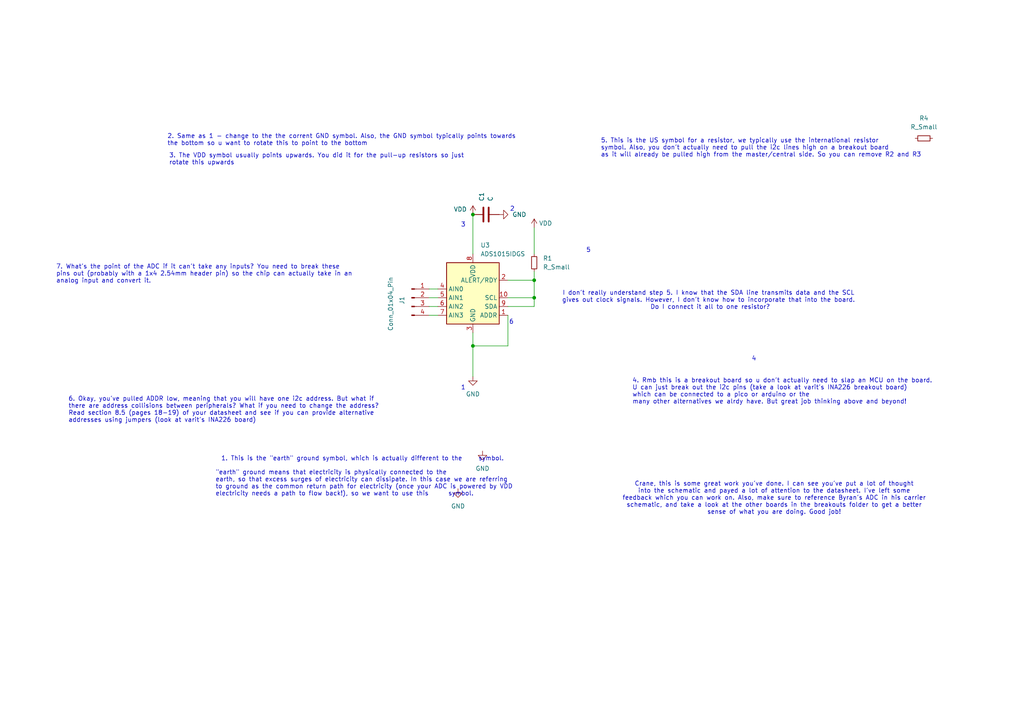
<source format=kicad_sch>
(kicad_sch (version 20230819) (generator eeschema)
  (paper "A4")
  (lib_symbols
    (symbol "Analog_ADC:ADS1015IDGS"
      (property "Reference" "U" (at 2.54 13.97 0))
      (property "Value" "ADS1015IDGS" (at 7.62 11.43 0))
      (symbol "ADS1015IDGS_0_1"
        (rectangle (start -7.62 10.16) (end 7.62 -7.62) (stroke (width 0.254)) (fill (type background)))
      )
      (symbol "ADS1015IDGS_1_1"
        (pin input line (at 10.16 -5.08 180) (length 2.54) (name "ADDR") (number "1"))
        (pin input line (at 10.16 0 180) (length 2.54) (name "SCL") (number "10"))
        (pin output line (at 10.16 5.08 180) (length 2.54) (name "ALERT/RDY") (number "2"))
        (pin power_in line (at 0 -10.16 90) (length 2.54) (name "GND") (number "3"))
        (pin input line (at -10.16 2.54 0) (length 2.54) (name "AIN0") (number "4"))
        (pin input line (at -10.16 0 0) (length 2.54) (name "AIN1") (number "5"))
        (pin input line (at -10.16 -2.54 0) (length 2.54) (name "AIN2") (number "6"))
        (pin input line (at -10.16 -5.08 0) (length 2.54) (name "AIN3") (number "7"))
        (pin power_in line (at 0 12.7 270) (length 2.54) (name "VDD") (number "8"))
        (pin bidirectional line (at 10.16 -2.54 180) (length 2.54) (name "SDA") (number "9"))
      )
    )
    (symbol "Connector:Conn_01x04_Pin" (pin_names (offset 1.016) hide)
      (property "Reference" "J" (at 0 5.08 0))
      (property "Value" "Conn_01x04_Pin" (at 0 -7.62 0))
      (symbol "Conn_01x04_Pin_1_1"
        (polyline (pts (xy 1.27 -5.08) (xy 0.8636 -5.08)) (stroke (width 0.1524)))
        (polyline (pts (xy 1.27 -2.54) (xy 0.8636 -2.54)) (stroke (width 0.1524)))
        (polyline (pts (xy 1.27 0) (xy 0.8636 0)) (stroke (width 0.1524)))
        (polyline (pts (xy 1.27 2.54) (xy 0.8636 2.54)) (stroke (width 0.1524)))
        (rectangle (start 0.8636 -4.953) (end 0 -5.207) (stroke (width 0.1524)) (fill (type outline)))
        (rectangle (start 0.8636 -2.413) (end 0 -2.667) (stroke (width 0.1524)) (fill (type outline)))
        (rectangle (start 0.8636 0.127) (end 0 -0.127) (stroke (width 0.1524)) (fill (type outline)))
        (rectangle (start 0.8636 2.667) (end 0 2.413) (stroke (width 0.1524)) (fill (type outline)))
        (pin passive line (at 5.08 2.54 180) (length 3.81) (name "Pin_1") (number "1"))
        (pin passive line (at 5.08 0 180) (length 3.81) (name "Pin_2") (number "2"))
        (pin passive line (at 5.08 -2.54 180) (length 3.81) (name "Pin_3") (number "3"))
        (pin passive line (at 5.08 -5.08 180) (length 3.81) (name "Pin_4") (number "4"))
      )
    )
    (symbol "Device:C" (pin_numbers hide) (pin_names (offset 0.254))
      (property "Reference" "C" (at 0.635 2.54 0))
      (property "Value" "C" (at 0.635 -2.54 0))
      (symbol "C_0_1"
        (polyline (pts (xy -2.032 -0.762) (xy 2.032 -0.762)) (stroke (width 0.508)))
        (polyline (pts (xy -2.032 0.762) (xy 2.032 0.762)) (stroke (width 0.508)))
      )
      (symbol "C_1_1"
        (pin passive line (at 0 3.81 270) (length 2.794) (name "~") (number "1"))
        (pin passive line (at 0 -3.81 90) (length 2.794) (name "~") (number "2"))
      )
    )
    (symbol "Device:R_Small" (pin_numbers hide) (pin_names (offset 0.254) hide)
      (property "Reference" "R" (at 0.762 0.508 0))
      (property "Value" "R_Small" (at 0.762 -1.016 0))
      (symbol "R_Small_0_1"
        (rectangle (start -0.762 1.778) (end 0.762 -1.778) (stroke (width 0.2032)))
      )
      (symbol "R_Small_1_1"
        (pin passive line (at 0 2.54 270) (length 0.762) (name "~") (number "1"))
        (pin passive line (at 0 -2.54 90) (length 0.762) (name "~") (number "2"))
      )
    )
    (symbol "power:GND" (power) (pin_names (offset 0))
      (property "Value" "GND" (at 0 -3.81 0))
      (symbol "GND_0_1"
        (polyline (pts (xy 0 0) (xy 0 -1.27) (xy 1.27 -1.27) (xy 0 -2.54) (xy -1.27 -1.27) (xy 0 -1.27)))
      )
      (symbol "GND_1_1"
        (pin power_in line (at 0 0 270) (length 0) hide (name "GND") (number "1"))
      )
    )
    (symbol "power:VDD" (power) (pin_names (offset 0))
      (property "Value" "VDD" (at 0 3.81 0))
      (symbol "VDD_0_1"
        (polyline (pts (xy -0.762 1.27) (xy 0 2.54)))
        (polyline (pts (xy 0 0) (xy 0 2.54)))
        (polyline (pts (xy 0 2.54) (xy 0.762 1.27)))
      )
      (symbol "VDD_1_1"
        (pin power_in line (at 0 0 90) (length 0) hide (name "VDD") (number "1"))
      )
    )
  )
  (junction (at 154.94 81.28))
  (junction (at 154.94 86.36))
  (junction (at 137.16 100.33))
  (junction (at 137.16 62.23))
  (wire (pts (xy 124.46 91.44) (xy 127 91.44)))
  (wire (pts (xy 154.94 81.28) (xy 147.32 81.28)))
  (wire (pts (xy 137.16 96.52) (xy 137.16 100.33)))
  (wire (pts (xy 154.94 88.9) (xy 154.94 86.36)))
  (wire (pts (xy 137.16 100.33) (xy 137.16 109.22)))
  (wire (pts (xy 147.32 100.33) (xy 137.16 100.33)))
  (wire (pts (xy 124.46 86.36) (xy 127 86.36)))
  (wire (pts (xy 137.16 62.23) (xy 137.16 73.66)))
  (wire (pts (xy 154.94 66.04) (xy 154.94 73.66)))
  (wire (pts (xy 147.32 88.9) (xy 154.94 88.9)))
  (wire (pts (xy 147.32 91.44) (xy 147.32 100.33)))
  (wire (pts (xy 154.94 78.74) (xy 154.94 81.28)))
  (wire (pts (xy 124.46 88.9) (xy 127 88.9)))
  (wire (pts (xy 147.32 86.36) (xy 154.94 86.36)))
  (wire (pts (xy 124.46 83.82) (xy 127 83.82)))
  (wire (pts (xy 154.94 86.36) (xy 154.94 81.28)))
  (text "6" (at 148.336 93.472 0) (effects (font (size 1.27 1.27))))
  (text "1. This is the \"earth\" ground symbol, which is actually different to the     symbol.\n" (at 105.156 133.096 0) (effects (font (size 1.27 1.27))))
  (text "4. Rmb this is a breakout board so u don't actually need to slap an MCU on the board.\nU can just break out the i2c pins (take a look at varit's INA226 breakout board)\nwhich can be connected to a pico or arduino or the \nmany other alternatives we alrdy have. But great job thinking above and beyond!" (at 183.388 113.538 0) (effects (font (size 1.27 1.27)) (justify left)))
  (text "5. This is the US symbol for a resistor, we typically use the international resistor\nsymbol. Also, you don't actually need to pull the i2c lines high on a breakout board\nas it will already be pulled high from the master/central side. So you can remove R2 and R3" (at 174.244 42.926 0) (effects (font (size 1.27 1.27)) (justify left)))
  (text "7. What's the point of the ADC if it can't take any inputs? You need to break these\npins out (probably with a 1x4 2.54mm header pin) so the chip can actually take in an \nanalog input and convert it." (at 16.256 79.502 0) (effects (font (size 1.27 1.27)) (justify left)))
  (text "2. Same as 1 - change to the the corrent GND symbol. Also, the GND symbol typically points towards\nthe bottom so u want to rotate this to point to the bottom" (at 48.514 40.64 0) (effects (font (size 1.27 1.27)) (justify left)))
  (text "\"earth\" ground means that electricity is physically connected to the\nearth, so that excess surges of electricity can dissipate. In this case we are referring\nto ground as the common return path for electricity (once your ADC is powered by VDD\nelectricity needs a path to flow back!), so we want to use this      symbol." (at 62.484 140.208 0) (effects (font (size 1.27 1.27)) (justify left)))
  (text "5" (at 170.688 72.644 0) (effects (font (size 1.27 1.27))))
  (text "Crane, this is some great work you've done. I can see you've put a lot of thought\ninto the schematic and payed a lot of attention to the datasheet. I've left some\nfeedback which you can work on. Also, make sure to reference Byran's ADC in his carrier\nschematic, and take a look at the other boards in the breakouts folder to get a better\nsense of what you are doing. Good job!" (at 224.536 144.526 0) (effects (font (size 1.27 1.27))))
  (text "3" (at 134.366 65.278 0) (effects (font (size 1.27 1.27))))
  (text "6. Okay, you've pulled ADDR low, meaning that you will have one i2c address. But what if \nthere are address collisions between peripherals? What if you need to change the address?\nRead section 8.5 (pages 18-19) of your datasheet and see if you can provide alternative\naddresses using jumpers (look at varit's INA226 board)" (at 19.812 118.872 0) (effects (font (size 1.27 1.27)) (justify left)))
  (text "2" (at 148.59 60.706 0) (effects (font (size 1.27 1.27))))
  (text "1" (at 134.366 112.522 0) (effects (font (size 1.27 1.27))))
  (text "I don't really understand step 5. I know that the SDA line transmits data and the SCL \ngives out clock signals. However, I don't know how to incorporate that into the board. \nDo I connect it all to one resistor?" (at 205.994 87.122 0) (effects (font (size 1.27 1.27))))
  (text "4" (at 218.694 104.14 0) (effects (font (size 1.27 1.27))))
  (text "3. The VDD symbol usually points upwards. You did it for the pull-up resistors so just\nrotate this upwards" (at 49.022 46.228 0) (effects (font (size 1.27 1.27)) (justify left)))
  (symbol (lib_id "power:GND") (at 139.954 130.81 0) (unit 1)
    (property "Reference" "#PWR05" (effects hide))
    (property "Value" "GND" (at 139.954 135.89 0))
    (property "Description" "Power symbol creates a global label with name \"GND\" , ground" (effects hide))
  )
  (symbol (lib_id "power:VDD") (at 154.94 66.04 0) (unit 1)
    (property "Reference" "#PWR01" (effects hide))
    (property "Value" "VDD" (at 158.242 64.77 0))
    (property "Description" "Power symbol creates a global label with name \"VDD\"" (effects hide))
  )
  (symbol (lib_id "Device:R_Small") (at 267.97 40.132 90) (unit 1)
    (property "Reference" "R4" (at 267.97 34.29 90))
    (property "Value" "R_Small" (at 267.97 36.83 90))
    (property "Description" "Resistor, small symbol" (effects hide))
  )
  (symbol (lib_id "Device:C") (at 140.97 62.23 90) (unit 1)
    (property "Reference" "C1" (at 139.6999 58.42 0) (effects (justify left)))
    (property "Value" "C" (at 142.2399 58.42 0) (effects (justify left)))
    (property "Description" "Unpolarized capacitor" (effects hide))
  )
  (symbol (lib_id "Device:R_Small") (at 154.94 76.2 0) (unit 1)
    (property "Reference" "R1" (at 157.48 74.9299 0) (effects (justify left)))
    (property "Value" "R_Small" (at 157.48 77.4699 0) (effects (justify left)))
    (property "Description" "Resistor, small symbol" (effects hide))
  )
  (symbol (lib_id "power:GND") (at 144.78 62.23 90) (unit 1)
    (property "Reference" "#PWR03" (effects hide))
    (property "Value" "GND" (at 148.59 62.2299 90) (effects (justify right)))
    (property "Description" "Power symbol creates a global label with name \"GND\" , ground" (effects hide))
  )
  (symbol (lib_id "power:GND") (at 137.16 109.22 0) (unit 1)
    (property "Reference" "#PWR02" (effects hide))
    (property "Value" "GND" (at 137.16 114.3 0))
    (property "Description" "Power symbol creates a global label with name \"GND\" , ground" (effects hide))
  )
  (symbol (lib_id "Connector:Conn_01x04_Pin") (at 119.38 86.36 0) (unit 1)
    (property "Reference" "J1" (at 116.586 87.122 90))
    (property "Value" "Conn_01x04_Pin" (at 113.284 88.138 90))
    (property "Description" "Generic connector, single row, 01x04, script generated" (effects hide))
  )
  (symbol (lib_id "Analog_ADC:ADS1015IDGS") (at 137.16 86.36 0) (unit 1)
    (property "Reference" "U3" (at 139.3541 71.12 0) (effects (justify left)))
    (property "Value" "ADS1015IDGS" (at 139.3541 73.66 0) (effects (justify left)))
    (property "Footprint" "Package_SO:TSSOP-10_3x3mm_P0.5mm" (effects hide))
    (property "Datasheet" "http://www.ti.com/lit/ds/symlink/ads1015.pdf" (effects hide))
    (property "Description" "Ultra-Small, Low-Power, I2C-Compatible, 3.3-kSPS, 12-Bit ADCs With Internal Reference, Oscillator, and Programmable Comparator, VSSOP-10" (effects hide))
  )
  (symbol (lib_id "power:GND") (at 132.842 141.732 0) (unit 1)
    (property "Reference" "#PWR06" (effects hide))
    (property "Value" "GND" (at 132.842 146.812 0))
    (property "Description" "Power symbol creates a global label with name \"GND\" , ground" (effects hide))
  )
  (symbol (lib_id "power:VDD") (at 137.16 62.23 0) (unit 1)
    (property "Reference" "#PWR04" (effects hide))
    (property "Value" "VDD" (at 131.572 60.706 0) (effects (justify left)))
    (property "Description" "Power symbol creates a global label with name \"VDD\"" (effects hide))
  )
)
</source>
